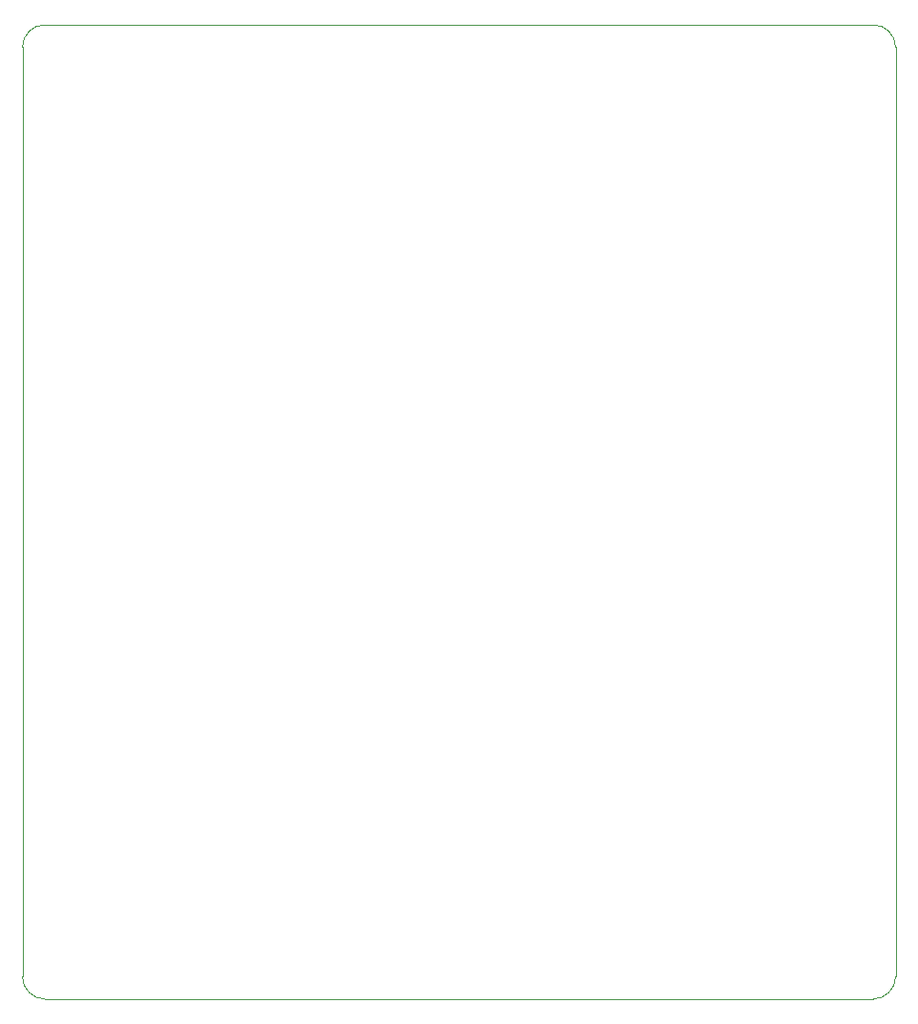
<source format=gbr>
%TF.GenerationSoftware,KiCad,Pcbnew,7.0.1*%
%TF.CreationDate,2023-12-09T17:11:34+05:30*%
%TF.ProjectId,hologlyph bot circuit,686f6c6f-676c-4797-9068-20626f742063,rev?*%
%TF.SameCoordinates,Original*%
%TF.FileFunction,Profile,NP*%
%FSLAX46Y46*%
G04 Gerber Fmt 4.6, Leading zero omitted, Abs format (unit mm)*
G04 Created by KiCad (PCBNEW 7.0.1) date 2023-12-09 17:11:34*
%MOMM*%
%LPD*%
G01*
G04 APERTURE LIST*
%TA.AperFunction,Profile*%
%ADD10C,0.100000*%
%TD*%
G04 APERTURE END LIST*
D10*
X86360000Y-123730000D02*
G75*
G03*
X88360000Y-125730000I2000000J0D01*
G01*
X88360000Y-39370000D02*
X161830000Y-39370000D01*
X161830000Y-125730000D02*
X88360000Y-125730000D01*
X88360000Y-39370000D02*
G75*
G03*
X86360000Y-41370000I0J-2000000D01*
G01*
X161830000Y-125730000D02*
G75*
G03*
X163830000Y-123730000I0J2000000D01*
G01*
X86360000Y-123730000D02*
X86360000Y-41370000D01*
X163830000Y-41370000D02*
G75*
G03*
X161830000Y-39370000I-2000000J0D01*
G01*
X163830000Y-41370000D02*
X163830000Y-123730000D01*
M02*

</source>
